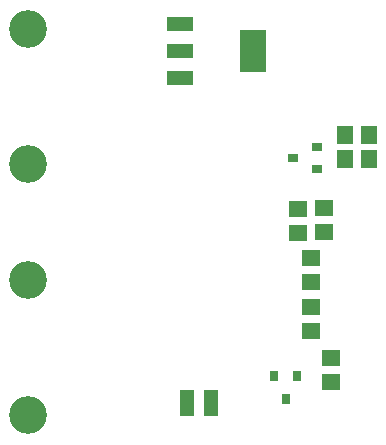
<source format=gtp>
G04 MADE WITH FRITZING*
G04 WWW.FRITZING.ORG*
G04 DOUBLE SIDED*
G04 HOLES PLATED*
G04 CONTOUR ON CENTER OF CONTOUR VECTOR*
%ASAXBY*%
%FSLAX23Y23*%
%MOIN*%
%OFA0B0*%
%SFA1.0B1.0*%
%ADD10C,0.125984*%
%ADD11R,0.031496X0.035433*%
%ADD12R,0.035433X0.031496*%
%ADD13R,0.088000X0.048000*%
%ADD14R,0.086614X0.141732*%
%ADD15R,0.059055X0.055118*%
%ADD16R,0.055118X0.059055*%
%ADD17R,0.045957X0.086424*%
%LNPASTEMASK1*%
G90*
G70*
G54D10*
X174Y603D03*
X174Y153D03*
X173Y1440D03*
X173Y990D03*
G54D11*
X1068Y286D03*
X993Y286D03*
X1031Y207D03*
G54D12*
X1136Y974D03*
X1136Y1049D03*
X1057Y1011D03*
G54D13*
X678Y1459D03*
X678Y1368D03*
X678Y1277D03*
G54D14*
X922Y1368D03*
G54D15*
X1074Y841D03*
X1074Y761D03*
X1117Y434D03*
X1117Y515D03*
X1159Y843D03*
X1159Y763D03*
X1117Y678D03*
X1117Y597D03*
G54D16*
X1229Y1008D03*
X1310Y1008D03*
X1310Y1088D03*
X1230Y1088D03*
G54D15*
X1181Y345D03*
X1181Y264D03*
G54D17*
X784Y196D03*
X703Y194D03*
G04 End of PasteMask1*
M02*
</source>
